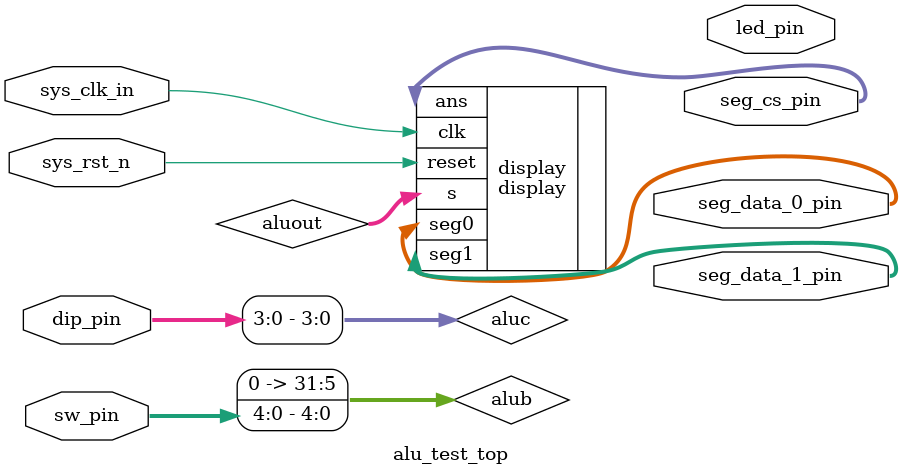
<source format=v>
`timescale 1ns / 1ps


module alu_test_top(
    input sys_rst_n, //globle reset,active low, 
    input sys_clk_in, //board system clock,100MHz
    input [4:0] sw_pin,//sw_pin4 to sw_pin0
    input [4:0] dip_pin,//dip_pin4 to dip_pin0
    output [7:0] seg_data_0_pin, //output DP1,G1,F1,E1,D1,C1,B1,A1, left
    output [7:0] seg_data_1_pin, //output DP0,G0,F0,E0,D0,C0,B0,A0,  right
    output [7:0] seg_cs_pin, //DN1_K4,DN1_K3,DN1_K2,DN1_K0,DN0_K4,DN0_K3,DN0_K2,DN0_K1 left to right
    output [0:15] led_pin
     );

wire clock_1s,zero;
wire [31:0] aluout;

wire[31:0] alub = {27'b0,sw_pin[4:0]};
wire [3:0] aluc = dip_pin[3:0]; 



//例化alu





//例化display
display display(
  .clk(sys_clk_in),
  .reset(sys_rst_n),
  .s(aluout),
  .seg0(seg_data_0_pin),
  .seg1(seg_data_1_pin),
  .ans(seg_cs_pin)
    );


endmodule

</source>
